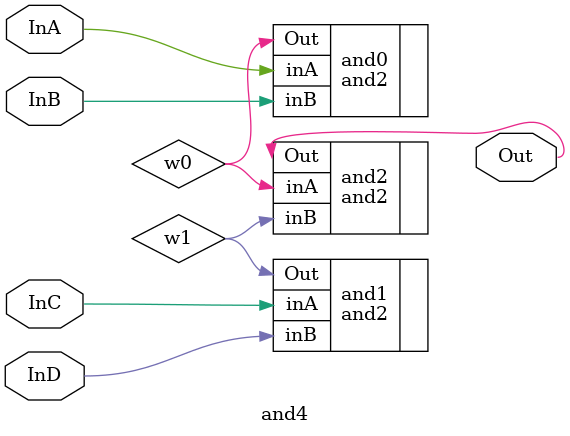
<source format=v>
module and4(InA, InB, InC, InD, Out);

    input InA, InB, InC, InD;
    output Out;
    
    wire w0, w1;
    
    and2 and0(
    .inA    (InA), 
    .inB    (InB),
    .Out    (w0)
    );
    
    and2 and1(
    .inA    (InC),
    .inB    (InD),
    .Out    (w1)
    );
    
    and2 and2(
    .inA    (w0),
    .inB    (w1),
    .Out    (Out)
    );
    
endmodule

</source>
